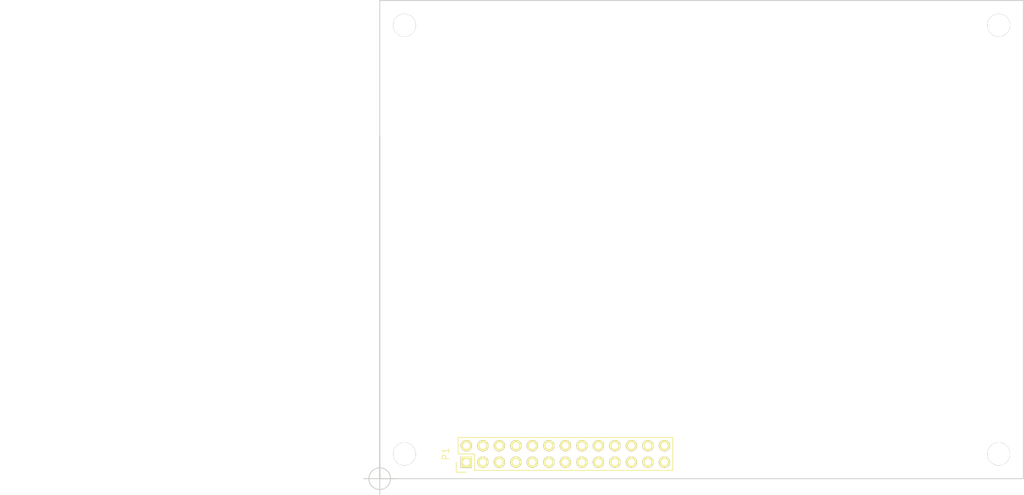
<source format=kicad_pcb>
(kicad_pcb (version 20221018) (generator pcbnew)
  (layers (0 "F.Cu" signal) (31 "B.Cu" signal) (34 "B.Paste" user) (35 "F.Paste" user) (36 "B.SilkS" user "B.Silkscreen") (37 "F.SilkS" user "F.Silkscreen") (38 "B.Mask" user) (39 "F.Mask" user) (44 "Edge.Cuts" user))
  (net 0 "")
  (net 1 "GND")
  (net 2 "+5V")
  (net 3 "+3V3")
  (net 4 "GPIO_SPI_CS#")
  (net 5 "GPIO_UART1_TXD")
  (net 6 "GPIO_SPI_MISO")
  (net 7 "GPIO_UART1_RXD")
  (net 8 "GPIO_SPI_MOSI")
  (net 9 "GPIO_UART1_CTS")
  (net 10 "GPIO_SPI_CLK")
  (net 11 "GPIO_UART1_RTS")
  (net 12 "GPIO_I2C_SCL")
  (net 13 "GPIO_I2S_CLK")
  (net 14 "GPIO_I2C_SDA")
  (net 15 "GPIO_I2S_FRM")
  (net 16 "GPIO_UART2_TXD")
  (net 17 "GPIO_I2S_DO")
  (net 18 "GPIO_UART2_RXD")
  (net 19 "GPIO_I2S_DI")
  (net 20 "GPIO_S5_0")
  (net 21 "GPIO_PWM0")
  (net 22 "GPIO_S5_1")
  (net 23 "GPIO_PWM1")
  (net 24 "GPIO_S5_2")
  (net 25 "I2SMCLK_GPIO")
  (footprint "Pin_Headers:Pin_Header_Straight_2x13" (layer "F.Cu") (at 109.855 142.24 90)
    (fp_text reference "P1" (at 1.27 -3.175 90) (layer "F.SilkS"))
    (fp_text value "CONN_02X13" hide)
    (fp_line (start -1.55 -1.55) (end -1.55 0) (stroke (width 0.15)) (layer "F.SilkS"))
    (fp_line (start -1.27 1.27) (end -1.27 31.75) (stroke (width 0.15)) (layer "F.SilkS"))
    (fp_line (start 0 -1.55) (end -1.55 -1.55) (stroke (width 0.15)) (layer "F.SilkS"))
    (fp_line (start 1.27 -1.27) (end 1.27 1.27) (stroke (width 0.15)) (layer "F.SilkS"))
    (fp_line (start 1.27 1.27) (end -1.27 1.27) (stroke (width 0.15)) (layer "F.SilkS"))
    (fp_line (start 3.81 -1.27) (end 1.27 -1.27) (stroke (width 0.15)) (layer "F.SilkS"))
    (fp_line (start 3.81 -1.27) (end 3.81 31.75) (stroke (width 0.15)) (layer "F.SilkS"))
    (fp_line (start 3.81 31.75) (end -1.27 31.75) (stroke (width 0.15)) (layer "F.SilkS"))
    (pad "1" thru_hole rect locked (at 0 0 90) (size 1.7272 1.7272) (drill 1.016) (layers "*.Cu" "*.Mask" "F.SilkS") (net 1 "GND"))
    (pad "2" thru_hole oval locked (at 2.54 0 90) (size 1.7272 1.7272) (drill 1.016) (layers "*.Cu" "*.Mask" "F.SilkS") (net 1 "GND"))
    (pad "3" thru_hole oval locked (at 0 2.54 90) (size 1.7272 1.7272) (drill 1.016) (layers "*.Cu" "*.Mask" "F.SilkS") (net 2 "+5V"))
    (pad "4" thru_hole oval locked (at 2.54 2.54 90) (size 1.7272 1.7272) (drill 1.016) (layers "*.Cu" "*.Mask" "F.SilkS") (net 3 "+3V3"))
    (pad "5" thru_hole oval locked (at 0 5.08 90) (size 1.7272 1.7272) (drill 1.016) (layers "*.Cu" "*.Mask" "F.SilkS") (net 4 "GPIO_SPI_CS#"))
    (pad "6" thru_hole oval locked (at 2.54 5.08 90) (size 1.7272 1.7272) (drill 1.016) (layers "*.Cu" "*.Mask" "F.SilkS") (net 5 "GPIO_UART1_TXD"))
    (pad "7" thru_hole oval locked (at 0 7.62 90) (size 1.7272 1.7272) (drill 1.016) (layers "*.Cu" "*.Mask" "F.SilkS") (net 6 "GPIO_SPI_MISO"))
    (pad "8" thru_hole oval locked (at 2.54 7.62 90) (size 1.7272 1.7272) (drill 1.016) (layers "*.Cu" "*.Mask" "F.SilkS") (net 7 "GPIO_UART1_RXD"))
    (pad "9" thru_hole oval locked (at 0 10.16 90) (size 1.7272 1.7272) (drill 1.016) (layers "*.Cu" "*.Mask" "F.SilkS") (net 8 "GPIO_SPI_MOSI"))
    (pad "10" thru_hole oval locked (at 2.54 10.16 90) (size 1.7272 1.7272) (drill 1.016) (layers "*.Cu" "*.Mask" "F.SilkS") (net 9 "GPIO_UART1_CTS"))
    (pad "11" thru_hole oval locked (at 0 12.7 90) (size 1.7272 1.7272) (drill 1.016) (layers "*.Cu" "*.Mask" "F.SilkS") (net 10 "GPIO_SPI_CLK"))
    (pad "12" thru_hole oval locked (at 2.54 12.7 90) (size 1.7272 1.7272) (drill 1.016) (layers "*.Cu" "*.Mask" "F.SilkS") (net 11 "GPIO_UART1_RTS"))
    (pad "13" thru_hole oval locked (at 0 15.24 90) (size 1.7272 1.7272) (drill 1.016) (layers "*.Cu" "*.Mask" "F.SilkS") (net 12 "GPIO_I2C_SCL"))
    (pad "14" thru_hole oval locked (at 2.54 15.24 90) (size 1.7272 1.7272) (drill 1.016) (layers "*.Cu" "*.Mask" "F.SilkS") (net 13 "GPIO_I2S_CLK"))
    (pad "15" thru_hole oval locked (at 0 17.78 90) (size 1.7272 1.7272) (drill 1.016) (layers "*.Cu" "*.Mask" "F.SilkS") (net 14 "GPIO_I2C_SDA"))
    (pad "16" thru_hole oval locked (at 2.54 17.78 90) (size 1.7272 1.7272) (drill 1.016) (layers "*.Cu" "*.Mask" "F.SilkS") (net 15 "GPIO_I2S_FRM"))
    (pad "17" thru_hole oval locked (at 0 20.32 90) (size 1.7272 1.7272) (drill 1.016) (layers "*.Cu" "*.Mask" "F.SilkS") (net 16 "GPIO_UART2_TXD"))
    (pad "18" thru_hole oval locked (at 2.54 20.32 90) (size 1.7272 1.7272) (drill 1.016) (layers "*.Cu" "*.Mask" "F.SilkS") (net 17 "GPIO_I2S_DO"))
    (pad "19" thru_hole oval locked (at 0 22.86 90) (size 1.7272 1.7272) (drill 1.016) (layers "*.Cu" "*.Mask" "F.SilkS") (net 18 "GPIO_UART2_RXD"))
    (pad "20" thru_hole oval locked (at 2.54 22.86 90) (size 1.7272 1.7272) (drill 1.016) (layers "*.Cu" "*.Mask" "F.SilkS") (net 19 "GPIO_I2S_DI"))
    (pad "21" thru_hole oval locked (at 0 25.4 90) (size 1.7272 1.7272) (drill 1.016) (layers "*.Cu" "*.Mask" "F.SilkS") (net 20 "GPIO_S5_0"))
    (pad "22" thru_hole oval locked (at 2.54 25.4 90) (size 1.7272 1.7272) (drill 1.016) (layers "*.Cu" "*.Mask" "F.SilkS") (net 21 "GPIO_PWM0"))
    (pad "23" thru_hole oval locked (at 0 27.94 90) (size 1.7272 1.7272) (drill 1.016) (layers "*.Cu" "*.Mask" "F.SilkS") (net 22 "GPIO_S5_1"))
    (pad "24" thru_hole oval locked (at 2.54 27.94 90) (size 1.7272 1.7272) (drill 1.016) (layers "*.Cu" "*.Mask" "F.SilkS") (net 23 "GPIO_PWM1"))
    (pad "25" thru_hole oval locked (at 0 30.48 90) (size 1.7272 1.7272) (drill 1.016) (layers "*.Cu" "*.Mask" "F.SilkS") (net 24 "GPIO_S5_2"))
    (pad "26" thru_hole oval locked (at 2.54 30.48 90) (size 1.7272 1.7272) (drill 1.016) (layers "*.Cu" "*.Mask" "F.SilkS") (net 25 "I2SMCLK_GPIO"))
  )
  (footprint "Mounting_Holes:MountingHole_3-5mm" (layer "F.Cu") (at 191.77 140.97)
    (fp_text reference "MK2" hide)
    (fp_text value "Mounting_Hole" hide)
    (pad "" thru_hole circle locked (at 0 0) (size 3.5 3.5) (drill 3.5) (layers))
  )
  (footprint "Mounting_Holes:MountingHole_3-5mm" (layer "F.Cu") (at 100.33 140.97)
    (fp_text reference "MK1" hide)
    (fp_text value "Mounting_Hole" hide)
    (pad "" thru_hole circle locked (at 0 0) (size 3.5 3.5) (drill 3.5) (layers))
  )
  (footprint "Mounting_Holes:MountingHole_3-5mm" (layer "F.Cu") (at 100.33 74.93)
    (fp_text reference "MK4" hide)
    (fp_text value "Mounting_Hole" hide)
    (pad "" thru_hole circle locked (at 0 0) (size 3.5 3.5) (drill 3.5) (layers))
  )
  (footprint "Mounting_Holes:MountingHole_3-5mm" (layer "F.Cu") (at 191.77 74.93)
    (fp_text reference "MK3" hide)
    (fp_text value "Mounting_Hole" hide)
    (pad "" thru_hole circle locked (at 0 0) (size 3.5 3.5) (drill 3.5) (layers))
  )
  (gr_line (start 195.58 96.83) (end 195.58 71.12) (stroke (width 0.15)) (layer "Edge.Cuts"))
  (gr_line (start 195.58 71.12) (end 96.52 71.12) (stroke (width 0.15)) (layer "Edge.Cuts"))
  (gr_line (start 96.52 71.12) (end 96.52 92.05) (stroke (width 0.15)) (layer "Edge.Cuts"))
  (gr_line (start 195.58 144.78) (end 195.58 112.02) (stroke (width 0.15)) (layer "Edge.Cuts"))
  (gr_line (start 195.58 96.83) (end 195.58 112.02) (stroke (width 0.15)) (layer "Edge.Cuts"))
  (gr_line (start 96.52 110.15) (end 96.52 92.05) (stroke (width 0.2)) (layer "Edge.Cuts"))
  (gr_line (start 96.52 110.15) (end 96.52 144.78) (stroke (width 0.2)) (layer "Edge.Cuts"))
  (gr_line (start 96.52 144.78) (end 195.58 144.78) (stroke (width 0.15)) (layer "Edge.Cuts"))
  (target plus (at 96.52 144.78) (size 5) (width 0.15) (layer "Edge.Cuts"))
)
</source>
